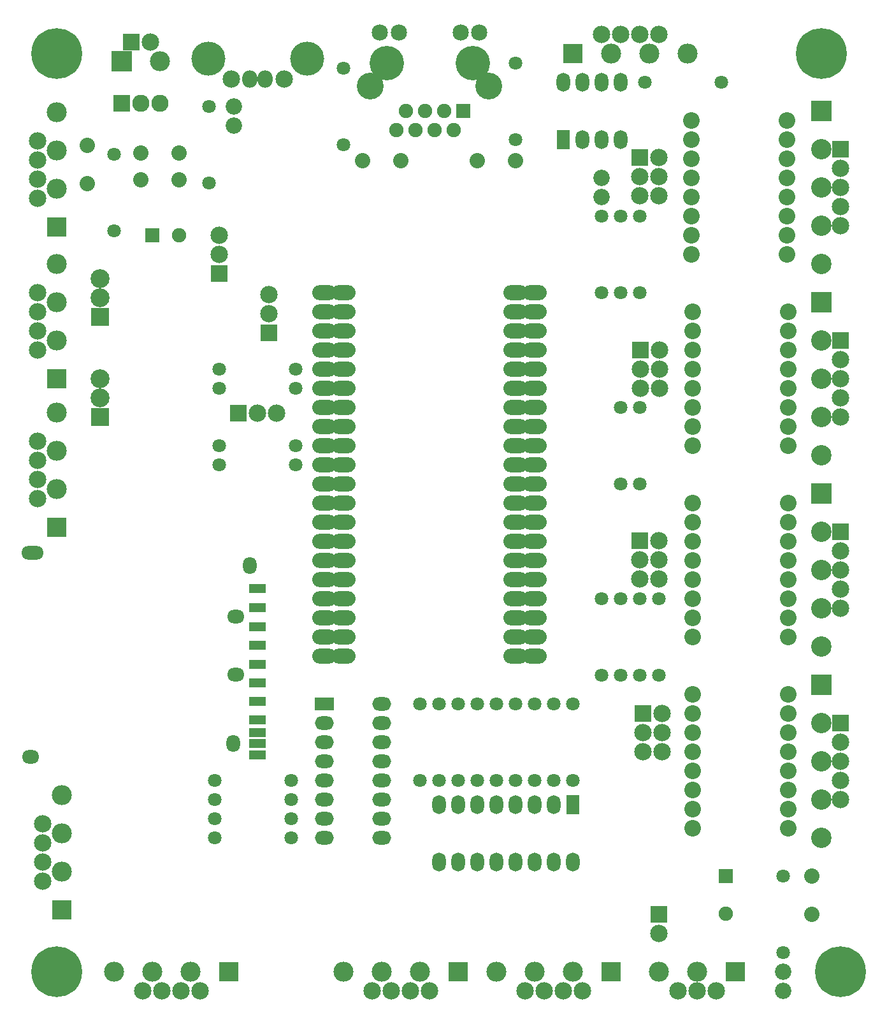
<source format=gts>
G04 (created by PCBNEW-RS274X (2011-10-18 BZR 3179)-testing) date Mon 31 Oct 2011 11:48:22 PM CET*
G01*
G70*
G90*
%MOIN*%
G04 Gerber Fmt 3.4, Leading zero omitted, Abs format*
%FSLAX34Y34*%
G04 APERTURE LIST*
%ADD10C,0.006000*%
%ADD11R,0.104600X0.104600*%
%ADD12C,0.104600*%
%ADD13C,0.090900*%
%ADD14R,0.071200X0.098700*%
%ADD15O,0.071200X0.098700*%
%ADD16C,0.266100*%
%ADD17C,0.071200*%
%ADD18C,0.090000*%
%ADD19R,0.090000X0.090000*%
%ADD20C,0.086900*%
%ADD21R,0.098700X0.071200*%
%ADD22O,0.098700X0.071200*%
%ADD23R,0.106600X0.106600*%
%ADD24R,0.090900X0.090900*%
%ADD25C,0.106600*%
%ADD26O,0.126300X0.079100*%
%ADD27C,0.180000*%
%ADD28R,0.075000X0.075000*%
%ADD29C,0.075000*%
%ADD30C,0.140000*%
%ADD31C,0.085000*%
%ADD32C,0.080000*%
%ADD33C,0.086000*%
%ADD34C,0.098700*%
%ADD35R,0.094800X0.094800*%
%ADD36R,0.088900X0.047600*%
%ADD37O,0.070900X0.090400*%
%ADD38O,0.090400X0.070900*%
%ADD39O,0.117800X0.070900*%
%ADD40O,0.079100X0.090900*%
%ADD41C,0.177500*%
G04 APERTURE END LIST*
G54D10*
G54D11*
X49500Y-64000D03*
G54D12*
X47500Y-64000D03*
G54D13*
X48500Y-65000D03*
X47500Y-65000D03*
X46500Y-65000D03*
G54D12*
X45500Y-64000D03*
G54D14*
X40500Y-20500D03*
G54D15*
X41500Y-20500D03*
X42500Y-20500D03*
X43500Y-20500D03*
X43500Y-17500D03*
X42500Y-17500D03*
X41500Y-17500D03*
X40500Y-17500D03*
G54D16*
X14000Y-16000D03*
X54000Y-16000D03*
X14000Y-64000D03*
X55000Y-64000D03*
G54D17*
X26250Y-57000D03*
X22250Y-57000D03*
X41000Y-54000D03*
X41000Y-50000D03*
X40000Y-54000D03*
X40000Y-50000D03*
X21950Y-22750D03*
X21950Y-18750D03*
X26250Y-56000D03*
X22250Y-56000D03*
X37000Y-54000D03*
X37000Y-50000D03*
X45500Y-44500D03*
X45500Y-48500D03*
X35000Y-54000D03*
X35000Y-50000D03*
X33000Y-54000D03*
X33000Y-50000D03*
X42500Y-48500D03*
X42500Y-44500D03*
X34000Y-54000D03*
X34000Y-50000D03*
X38000Y-54000D03*
X38000Y-50000D03*
X26500Y-33500D03*
X22500Y-33500D03*
X43500Y-48500D03*
X43500Y-44500D03*
X26500Y-32500D03*
X22500Y-32500D03*
X44500Y-44500D03*
X44500Y-48500D03*
X43500Y-38500D03*
X43500Y-34500D03*
X17000Y-25250D03*
X17000Y-21250D03*
X44500Y-34500D03*
X44500Y-38500D03*
X36000Y-50000D03*
X36000Y-54000D03*
X43500Y-28500D03*
X43500Y-24500D03*
X26500Y-37500D03*
X22500Y-37500D03*
X26500Y-36500D03*
X22500Y-36500D03*
X44500Y-24500D03*
X44500Y-28500D03*
X52000Y-63000D03*
X52000Y-59000D03*
X42500Y-24500D03*
X42500Y-28500D03*
X29000Y-20750D03*
X29000Y-16750D03*
X38000Y-20500D03*
X38000Y-16500D03*
X48750Y-17500D03*
X44750Y-17500D03*
X39000Y-54000D03*
X39000Y-50000D03*
X26250Y-54000D03*
X22250Y-54000D03*
X26250Y-55000D03*
X22250Y-55000D03*
G54D18*
X19400Y-18600D03*
X18400Y-18600D03*
G54D19*
X17400Y-18600D03*
G54D11*
X14000Y-25050D03*
G54D12*
X14000Y-23050D03*
X14000Y-21050D03*
X14000Y-19050D03*
G54D13*
X13000Y-23550D03*
X13000Y-22550D03*
X13000Y-21550D03*
X13000Y-20550D03*
G54D20*
X47250Y-29500D03*
X47250Y-30500D03*
X47250Y-31500D03*
X47250Y-32500D03*
X47250Y-33500D03*
X47250Y-34500D03*
X47250Y-35500D03*
X47250Y-36500D03*
X52250Y-36500D03*
X52250Y-35500D03*
X52250Y-34500D03*
X52250Y-33500D03*
X52250Y-32500D03*
X52250Y-31500D03*
X52250Y-30500D03*
X52250Y-29500D03*
X47250Y-39500D03*
X47250Y-40500D03*
X47250Y-41500D03*
X47250Y-42500D03*
X47250Y-43500D03*
X47250Y-44500D03*
X47250Y-45500D03*
X47250Y-46500D03*
X52250Y-46500D03*
X52250Y-45500D03*
X52250Y-44500D03*
X52250Y-43500D03*
X52250Y-42500D03*
X52250Y-41500D03*
X52250Y-40500D03*
X52250Y-39500D03*
G54D11*
X41000Y-16000D03*
G54D12*
X43000Y-16000D03*
X45000Y-16000D03*
X47000Y-16000D03*
G54D13*
X42500Y-15000D03*
X43500Y-15000D03*
X44500Y-15000D03*
X45500Y-15000D03*
G54D14*
X41000Y-55250D03*
G54D15*
X40000Y-55250D03*
X39000Y-55250D03*
X38000Y-55250D03*
X37000Y-55250D03*
X36000Y-55250D03*
X35000Y-55250D03*
X34000Y-55250D03*
X34000Y-58250D03*
X35000Y-58250D03*
X36000Y-58250D03*
X37000Y-58250D03*
X38000Y-58250D03*
X39000Y-58250D03*
X40000Y-58250D03*
X41000Y-58250D03*
G54D21*
X28000Y-50000D03*
G54D22*
X28000Y-51000D03*
X28000Y-52000D03*
X28000Y-53000D03*
X28000Y-54000D03*
X28000Y-55000D03*
X28000Y-56000D03*
X28000Y-57000D03*
X31000Y-57000D03*
X31000Y-56000D03*
X31000Y-55000D03*
X31000Y-54000D03*
X31000Y-53000D03*
X31000Y-52000D03*
X31000Y-51000D03*
X31000Y-50000D03*
G54D23*
X17400Y-16400D03*
G54D12*
X19400Y-16400D03*
G54D24*
X17900Y-15400D03*
G54D13*
X18900Y-15400D03*
G54D11*
X14000Y-33000D03*
G54D12*
X14000Y-31000D03*
X14000Y-29000D03*
X14000Y-27000D03*
G54D13*
X13000Y-31500D03*
X13000Y-30500D03*
X13000Y-29500D03*
X13000Y-28500D03*
G54D11*
X14250Y-60750D03*
G54D12*
X14250Y-58750D03*
X14250Y-56750D03*
X14250Y-54750D03*
G54D13*
X13250Y-59250D03*
X13250Y-58250D03*
X13250Y-57250D03*
X13250Y-56250D03*
G54D11*
X23000Y-64000D03*
G54D12*
X21000Y-64000D03*
X19000Y-64000D03*
X17000Y-64000D03*
G54D13*
X21500Y-65000D03*
X20500Y-65000D03*
X19500Y-65000D03*
X18500Y-65000D03*
G54D11*
X43000Y-64000D03*
G54D12*
X41000Y-64000D03*
X39000Y-64000D03*
X37000Y-64000D03*
G54D13*
X41500Y-65000D03*
X40500Y-65000D03*
X39500Y-65000D03*
X38500Y-65000D03*
G54D11*
X14000Y-40750D03*
G54D12*
X14000Y-38750D03*
X14000Y-36750D03*
X14000Y-34750D03*
G54D13*
X13000Y-39250D03*
X13000Y-38250D03*
X13000Y-37250D03*
X13000Y-36250D03*
G54D11*
X35000Y-64000D03*
G54D12*
X33000Y-64000D03*
X31000Y-64000D03*
X29000Y-64000D03*
G54D13*
X33500Y-65000D03*
X32500Y-65000D03*
X31500Y-65000D03*
X30500Y-65000D03*
G54D23*
X54000Y-49000D03*
G54D25*
X54000Y-51000D03*
X54000Y-53000D03*
X54000Y-55000D03*
G54D24*
X55000Y-51000D03*
G54D13*
X55000Y-52000D03*
X55000Y-53000D03*
X55000Y-54000D03*
G54D25*
X54000Y-57000D03*
G54D13*
X55000Y-55000D03*
G54D23*
X54000Y-39000D03*
G54D25*
X54000Y-41000D03*
X54000Y-43000D03*
X54000Y-45000D03*
G54D24*
X55000Y-41000D03*
G54D13*
X55000Y-42000D03*
X55000Y-43000D03*
X55000Y-44000D03*
G54D25*
X54000Y-47000D03*
G54D13*
X55000Y-45000D03*
G54D23*
X54000Y-19000D03*
G54D25*
X54000Y-21000D03*
X54000Y-23000D03*
X54000Y-25000D03*
G54D24*
X55000Y-21000D03*
G54D13*
X55000Y-22000D03*
X55000Y-23000D03*
X55000Y-24000D03*
G54D25*
X54000Y-27000D03*
G54D13*
X55000Y-25000D03*
G54D23*
X54000Y-29000D03*
G54D25*
X54000Y-31000D03*
X54000Y-33000D03*
X54000Y-35000D03*
G54D24*
X55000Y-31000D03*
G54D13*
X55000Y-32000D03*
X55000Y-33000D03*
X55000Y-34000D03*
G54D25*
X54000Y-37000D03*
G54D13*
X55000Y-35000D03*
G54D26*
X39000Y-28500D03*
X39000Y-29500D03*
X39000Y-30500D03*
X39000Y-31500D03*
X39000Y-32500D03*
X39000Y-33500D03*
X39000Y-34500D03*
X39000Y-35500D03*
X39000Y-36500D03*
X39000Y-37500D03*
X39000Y-38500D03*
X39000Y-39500D03*
X39000Y-40500D03*
X39000Y-41500D03*
X39000Y-42500D03*
X39000Y-43500D03*
X39000Y-44500D03*
X39000Y-45500D03*
X39000Y-46500D03*
X39000Y-47500D03*
X28000Y-47500D03*
X28000Y-46500D03*
X28000Y-45500D03*
X28000Y-44500D03*
X28000Y-43500D03*
X28000Y-42500D03*
X28000Y-41500D03*
X28000Y-40500D03*
X28000Y-39500D03*
X28000Y-38500D03*
X28000Y-37500D03*
X28000Y-36500D03*
X28000Y-35500D03*
X28000Y-34500D03*
X28000Y-33500D03*
X28000Y-32500D03*
X28000Y-31500D03*
X28000Y-30500D03*
X28000Y-29500D03*
X28000Y-28500D03*
X29000Y-28500D03*
X29000Y-29500D03*
X29000Y-30500D03*
X29000Y-31500D03*
X29000Y-32500D03*
X29000Y-33500D03*
X29000Y-34500D03*
X29000Y-35500D03*
X29000Y-36500D03*
X29000Y-37500D03*
X29000Y-38500D03*
X29000Y-39500D03*
X29000Y-40500D03*
X29000Y-41500D03*
X29000Y-42500D03*
X29000Y-43500D03*
X29000Y-44500D03*
X29000Y-45500D03*
X29000Y-46500D03*
X29000Y-47500D03*
X38000Y-47500D03*
X38000Y-46500D03*
X38000Y-45500D03*
X38000Y-44500D03*
X38000Y-43500D03*
X38000Y-42500D03*
X38000Y-41500D03*
X38000Y-40500D03*
X38000Y-39500D03*
X38000Y-38500D03*
X38000Y-37500D03*
X38000Y-36500D03*
X38000Y-35500D03*
X38000Y-34500D03*
X38000Y-33500D03*
X38000Y-32500D03*
X38000Y-31500D03*
X38000Y-30500D03*
X38000Y-29500D03*
X38000Y-28500D03*
G54D24*
X44660Y-50500D03*
G54D13*
X45660Y-50500D03*
X44660Y-51500D03*
X45660Y-51500D03*
X44660Y-52500D03*
X45660Y-52500D03*
G54D24*
X44500Y-21420D03*
G54D13*
X45500Y-21420D03*
X44500Y-22420D03*
X45500Y-22420D03*
X44500Y-23420D03*
X45500Y-23420D03*
G54D24*
X44500Y-41460D03*
G54D13*
X45500Y-41460D03*
X44500Y-42460D03*
X45500Y-42460D03*
X44500Y-43460D03*
X45500Y-43460D03*
G54D24*
X44540Y-31480D03*
G54D13*
X45540Y-31480D03*
X44540Y-32480D03*
X45540Y-32480D03*
X44540Y-33480D03*
X45540Y-33480D03*
G54D20*
X47200Y-19500D03*
X47200Y-20500D03*
X47200Y-21500D03*
X47200Y-22500D03*
X47200Y-23500D03*
X47200Y-24500D03*
X47200Y-25500D03*
X47200Y-26500D03*
X52200Y-26500D03*
X52200Y-25500D03*
X52200Y-24500D03*
X52200Y-23500D03*
X52200Y-22500D03*
X52200Y-21500D03*
X52200Y-20500D03*
X52200Y-19500D03*
X47250Y-49500D03*
X47250Y-50500D03*
X47250Y-51500D03*
X47250Y-52500D03*
X47250Y-53500D03*
X47250Y-54500D03*
X47250Y-55500D03*
X47250Y-56500D03*
X52250Y-56500D03*
X52250Y-55500D03*
X52250Y-54500D03*
X52250Y-53500D03*
X52250Y-52500D03*
X52250Y-51500D03*
X52250Y-50500D03*
X52250Y-49500D03*
G54D24*
X22500Y-27500D03*
G54D13*
X22500Y-26500D03*
X22500Y-25500D03*
G54D27*
X31250Y-16500D03*
X35750Y-16500D03*
G54D28*
X35250Y-19000D03*
G54D29*
X34750Y-20000D03*
X34250Y-19000D03*
X33750Y-20000D03*
X33250Y-19000D03*
X32750Y-20000D03*
X32250Y-19000D03*
X31750Y-20000D03*
G54D30*
X36600Y-17700D03*
X30400Y-17700D03*
G54D31*
X36100Y-14900D03*
X35110Y-14900D03*
X31890Y-14900D03*
X30900Y-14900D03*
G54D32*
X53500Y-59000D03*
X53500Y-61000D03*
X15600Y-22800D03*
X15600Y-20800D03*
X38000Y-21600D03*
X36000Y-21600D03*
X30000Y-21600D03*
X32000Y-21600D03*
X20400Y-21200D03*
X18400Y-21200D03*
X20400Y-22600D03*
X18400Y-22600D03*
G54D33*
X42500Y-23500D03*
X42500Y-22500D03*
X23250Y-18750D03*
X23250Y-19750D03*
G54D28*
X49000Y-59000D03*
G54D29*
X49000Y-60969D03*
G54D28*
X19000Y-25500D03*
G54D29*
X20378Y-25500D03*
G54D34*
X16250Y-33000D03*
X16250Y-34000D03*
G54D35*
X16250Y-35000D03*
G54D34*
X16250Y-27750D03*
X16250Y-28750D03*
G54D35*
X16250Y-29750D03*
G54D24*
X45500Y-61000D03*
G54D13*
X45500Y-62000D03*
G54D24*
X23500Y-34800D03*
G54D13*
X24500Y-34800D03*
X25500Y-34800D03*
G54D24*
X25100Y-30600D03*
G54D13*
X25100Y-29600D03*
X25100Y-28600D03*
G54D36*
X24500Y-44978D03*
X24500Y-45957D03*
X24500Y-46935D03*
X24500Y-47913D03*
X24500Y-48890D03*
X24500Y-49869D03*
X24500Y-50818D03*
X24500Y-51483D03*
X24500Y-43963D03*
X24500Y-52050D03*
X24500Y-52676D03*
G54D37*
X24081Y-42770D03*
G54D38*
X23364Y-45443D03*
X23364Y-48463D03*
X12616Y-52758D03*
G54D37*
X23222Y-52053D03*
G54D39*
X12719Y-42085D03*
G54D40*
X24105Y-17320D03*
X24895Y-17320D03*
G54D13*
X23125Y-17320D03*
G54D41*
X21915Y-16250D03*
X27085Y-16250D03*
G54D13*
X25875Y-17320D03*
G54D33*
X52000Y-64000D03*
X52000Y-65000D03*
M02*

</source>
